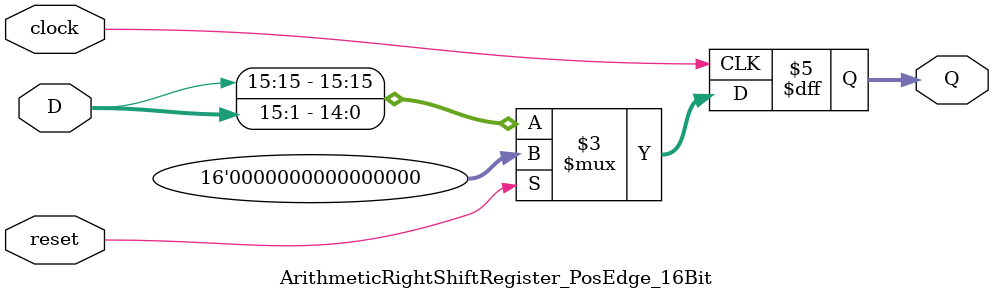
<source format=v>
module ArithmeticRightShiftRegister_PosEdge_16Bit (clock, reset, D, Q);
    input clock;
    input reset;
    input [15:0] D;
    output reg [15:0] Q;

    always @(posedge clock)
    begin
        if (reset)
            Q <= 16'b0000000000000000;
        else
            Q <= {D[15], D[15:1]};        
    end
endmodule

</source>
